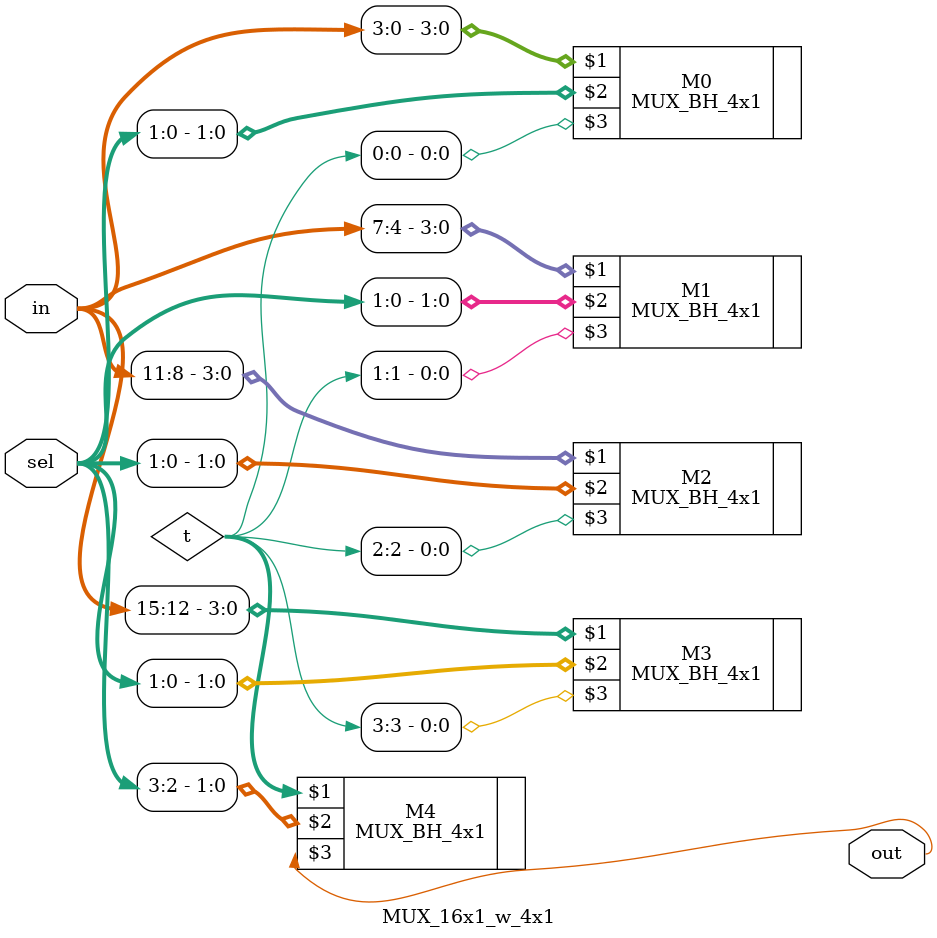
<source format=v>
`timescale 1ns / 1ps


module MUX_16x1_w_4x1(in, sel, out);
    input[15:0] in;
    input[3:0] sel;
    output out;
    
    wire[3:0] t;
    
    MUX_BH_4x1 M0 (in[3:0], sel[1:0], t[0]);
    MUX_BH_4x1 M1 (in[7:4], sel[1:0], t[1]);
    MUX_BH_4x1 M2 (in[11:8], sel[1:0], t[2]);
    MUX_BH_4x1 M3 (in[15:12], sel[1:0], t[3]);
    MUX_BH_4x1 M4 (t, sel[3:2], out);
   
endmodule
</source>
